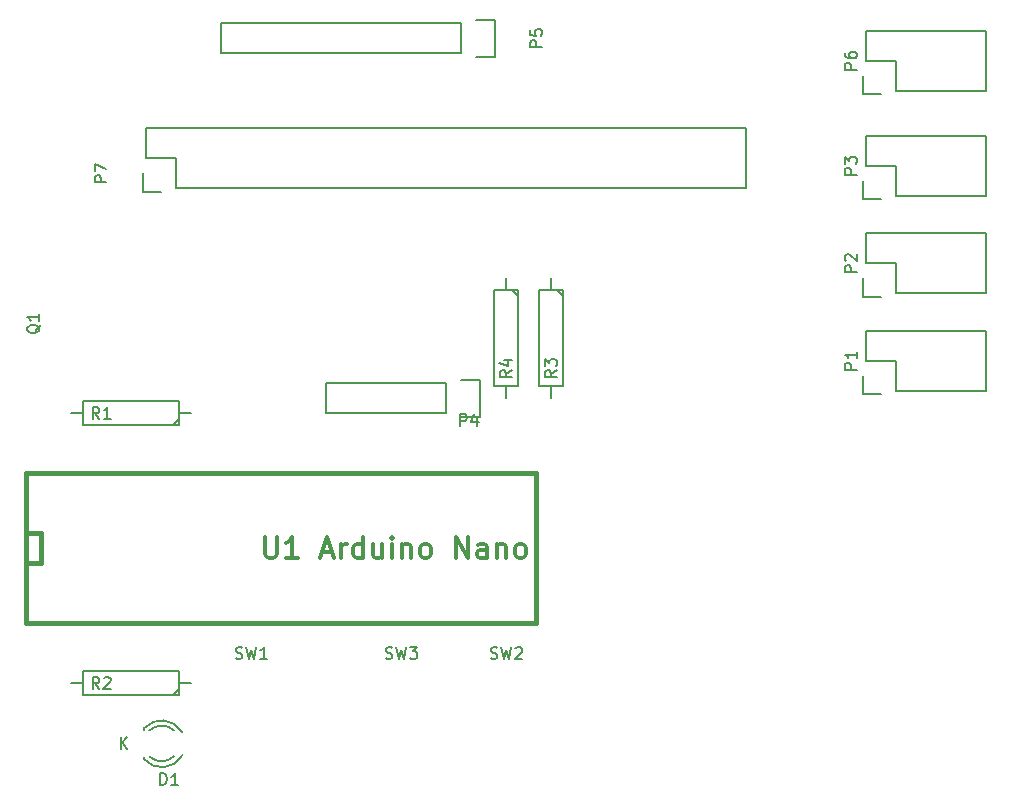
<source format=gto>
G04 #@! TF.FileFunction,Legend,Top*
%FSLAX46Y46*%
G04 Gerber Fmt 4.6, Leading zero omitted, Abs format (unit mm)*
G04 Created by KiCad (PCBNEW 4.0.2+e4-6225~38~ubuntu15.10.1-stable) date mar. 20 sept. 2016 08:20:47 CEST*
%MOMM*%
G01*
G04 APERTURE LIST*
%ADD10C,0.100000*%
%ADD11C,0.150000*%
%ADD12C,0.381000*%
%ADD13C,0.304800*%
G04 APERTURE END LIST*
D10*
D11*
X93980000Y-27305000D02*
X101600000Y-27305000D01*
X101600000Y-27305000D02*
X101600000Y-22225000D01*
X101600000Y-22225000D02*
X91440000Y-22225000D01*
X91440000Y-22225000D02*
X91440000Y-24765000D01*
X91160000Y-26035000D02*
X91160000Y-27585000D01*
X91440000Y-24765000D02*
X93980000Y-24765000D01*
X93980000Y-24765000D02*
X93980000Y-27305000D01*
X91160000Y-27585000D02*
X92710000Y-27585000D01*
X30281000Y-83864000D02*
X30281000Y-83664000D01*
X30281000Y-81270000D02*
X30281000Y-81450000D01*
X33508744Y-81580357D02*
G75*
G03X30281000Y-81264000I-1727744J-1003643D01*
G01*
X32833006Y-81450932D02*
G75*
G03X30730000Y-81450000I-1052006J-1133068D01*
G01*
X30293780Y-83890726D02*
G75*
G03X33531000Y-83544000I1497220J1306726D01*
G01*
X30767111Y-83663253D02*
G75*
G03X32815000Y-83644000I1013889J1079253D01*
G01*
X34290000Y-54610000D02*
X33274000Y-54610000D01*
X33274000Y-54610000D02*
X33274000Y-55626000D01*
X33274000Y-55626000D02*
X25146000Y-55626000D01*
X25146000Y-55626000D02*
X25146000Y-53594000D01*
X25146000Y-53594000D02*
X33274000Y-53594000D01*
X33274000Y-53594000D02*
X33274000Y-54610000D01*
X33274000Y-55118000D02*
X32766000Y-55626000D01*
X24130000Y-54610000D02*
X25146000Y-54610000D01*
X34290000Y-77470000D02*
X33274000Y-77470000D01*
X33274000Y-77470000D02*
X33274000Y-78486000D01*
X33274000Y-78486000D02*
X25146000Y-78486000D01*
X25146000Y-78486000D02*
X25146000Y-76454000D01*
X25146000Y-76454000D02*
X33274000Y-76454000D01*
X33274000Y-76454000D02*
X33274000Y-77470000D01*
X33274000Y-77978000D02*
X32766000Y-78486000D01*
X24130000Y-77470000D02*
X25146000Y-77470000D01*
X64770000Y-43180000D02*
X64770000Y-44196000D01*
X64770000Y-44196000D02*
X65786000Y-44196000D01*
X65786000Y-44196000D02*
X65786000Y-52324000D01*
X65786000Y-52324000D02*
X63754000Y-52324000D01*
X63754000Y-52324000D02*
X63754000Y-44196000D01*
X63754000Y-44196000D02*
X64770000Y-44196000D01*
X65278000Y-44196000D02*
X65786000Y-44704000D01*
X64770000Y-53340000D02*
X64770000Y-52324000D01*
X60960000Y-43180000D02*
X60960000Y-44196000D01*
X60960000Y-44196000D02*
X61976000Y-44196000D01*
X61976000Y-44196000D02*
X61976000Y-52324000D01*
X61976000Y-52324000D02*
X59944000Y-52324000D01*
X59944000Y-52324000D02*
X59944000Y-44196000D01*
X59944000Y-44196000D02*
X60960000Y-44196000D01*
X61468000Y-44196000D02*
X61976000Y-44704000D01*
X60960000Y-53340000D02*
X60960000Y-52324000D01*
D12*
X20320000Y-59690000D02*
X63500000Y-59690000D01*
X63500000Y-59690000D02*
X63500000Y-72390000D01*
X63500000Y-72390000D02*
X20320000Y-72390000D01*
X20320000Y-72390000D02*
X20320000Y-59690000D01*
X20320000Y-67310000D02*
X21590000Y-67310000D01*
X21590000Y-67310000D02*
X21590000Y-64770000D01*
X21590000Y-64770000D02*
X20320000Y-64770000D01*
D11*
X93980000Y-52705000D02*
X101600000Y-52705000D01*
X101600000Y-52705000D02*
X101600000Y-47625000D01*
X101600000Y-47625000D02*
X91440000Y-47625000D01*
X91440000Y-47625000D02*
X91440000Y-50165000D01*
X91160000Y-51435000D02*
X91160000Y-52985000D01*
X91440000Y-50165000D02*
X93980000Y-50165000D01*
X93980000Y-50165000D02*
X93980000Y-52705000D01*
X91160000Y-52985000D02*
X92710000Y-52985000D01*
X93980000Y-44450000D02*
X101600000Y-44450000D01*
X101600000Y-44450000D02*
X101600000Y-39370000D01*
X101600000Y-39370000D02*
X91440000Y-39370000D01*
X91440000Y-39370000D02*
X91440000Y-41910000D01*
X91160000Y-43180000D02*
X91160000Y-44730000D01*
X91440000Y-41910000D02*
X93980000Y-41910000D01*
X93980000Y-41910000D02*
X93980000Y-44450000D01*
X91160000Y-44730000D02*
X92710000Y-44730000D01*
X93980000Y-36195000D02*
X101600000Y-36195000D01*
X101600000Y-36195000D02*
X101600000Y-31115000D01*
X101600000Y-31115000D02*
X91440000Y-31115000D01*
X91440000Y-31115000D02*
X91440000Y-33655000D01*
X91160000Y-34925000D02*
X91160000Y-36475000D01*
X91440000Y-33655000D02*
X93980000Y-33655000D01*
X93980000Y-33655000D02*
X93980000Y-36195000D01*
X91160000Y-36475000D02*
X92710000Y-36475000D01*
X57150000Y-51790000D02*
X58700000Y-51790000D01*
X58700000Y-51790000D02*
X58700000Y-54890000D01*
X58700000Y-54890000D02*
X57150000Y-54890000D01*
X55880000Y-54610000D02*
X45720000Y-54610000D01*
X45720000Y-54610000D02*
X45720000Y-52070000D01*
X45720000Y-52070000D02*
X55880000Y-52070000D01*
X55880000Y-54610000D02*
X55880000Y-52070000D01*
X57150000Y-24130000D02*
X36830000Y-24130000D01*
X36830000Y-24130000D02*
X36830000Y-21590000D01*
X36830000Y-21590000D02*
X57150000Y-21590000D01*
X59970000Y-24410000D02*
X58420000Y-24410000D01*
X57150000Y-24130000D02*
X57150000Y-21590000D01*
X58420000Y-21310000D02*
X59970000Y-21310000D01*
X59970000Y-21310000D02*
X59970000Y-24410000D01*
X81280000Y-30480000D02*
X30480000Y-30480000D01*
X33020000Y-35560000D02*
X81280000Y-35560000D01*
X81280000Y-30480000D02*
X81280000Y-35560000D01*
X30480000Y-30480000D02*
X30480000Y-33020000D01*
X30200000Y-34290000D02*
X30200000Y-35840000D01*
X30480000Y-33020000D02*
X33020000Y-33020000D01*
X33020000Y-33020000D02*
X33020000Y-35560000D01*
X30200000Y-35840000D02*
X31750000Y-35840000D01*
X90622381Y-25503095D02*
X89622381Y-25503095D01*
X89622381Y-25122142D01*
X89670000Y-25026904D01*
X89717619Y-24979285D01*
X89812857Y-24931666D01*
X89955714Y-24931666D01*
X90050952Y-24979285D01*
X90098571Y-25026904D01*
X90146190Y-25122142D01*
X90146190Y-25503095D01*
X89622381Y-24074523D02*
X89622381Y-24265000D01*
X89670000Y-24360238D01*
X89717619Y-24407857D01*
X89860476Y-24503095D01*
X90050952Y-24550714D01*
X90431905Y-24550714D01*
X90527143Y-24503095D01*
X90574762Y-24455476D01*
X90622381Y-24360238D01*
X90622381Y-24169761D01*
X90574762Y-24074523D01*
X90527143Y-24026904D01*
X90431905Y-23979285D01*
X90193810Y-23979285D01*
X90098571Y-24026904D01*
X90050952Y-24074523D01*
X90003333Y-24169761D01*
X90003333Y-24360238D01*
X90050952Y-24455476D01*
X90098571Y-24503095D01*
X90193810Y-24550714D01*
X31651905Y-86062381D02*
X31651905Y-85062381D01*
X31890000Y-85062381D01*
X32032858Y-85110000D01*
X32128096Y-85205238D01*
X32175715Y-85300476D01*
X32223334Y-85490952D01*
X32223334Y-85633810D01*
X32175715Y-85824286D01*
X32128096Y-85919524D01*
X32032858Y-86014762D01*
X31890000Y-86062381D01*
X31651905Y-86062381D01*
X33175715Y-86062381D02*
X32604286Y-86062381D01*
X32890000Y-86062381D02*
X32890000Y-85062381D01*
X32794762Y-85205238D01*
X32699524Y-85300476D01*
X32604286Y-85348095D01*
X28313095Y-83002381D02*
X28313095Y-82002381D01*
X28884524Y-83002381D02*
X28455952Y-82430952D01*
X28884524Y-82002381D02*
X28313095Y-82573810D01*
X26503334Y-55062381D02*
X26170000Y-54586190D01*
X25931905Y-55062381D02*
X25931905Y-54062381D01*
X26312858Y-54062381D01*
X26408096Y-54110000D01*
X26455715Y-54157619D01*
X26503334Y-54252857D01*
X26503334Y-54395714D01*
X26455715Y-54490952D01*
X26408096Y-54538571D01*
X26312858Y-54586190D01*
X25931905Y-54586190D01*
X27455715Y-55062381D02*
X26884286Y-55062381D01*
X27170000Y-55062381D02*
X27170000Y-54062381D01*
X27074762Y-54205238D01*
X26979524Y-54300476D01*
X26884286Y-54348095D01*
X26503334Y-77922381D02*
X26170000Y-77446190D01*
X25931905Y-77922381D02*
X25931905Y-76922381D01*
X26312858Y-76922381D01*
X26408096Y-76970000D01*
X26455715Y-77017619D01*
X26503334Y-77112857D01*
X26503334Y-77255714D01*
X26455715Y-77350952D01*
X26408096Y-77398571D01*
X26312858Y-77446190D01*
X25931905Y-77446190D01*
X26884286Y-77017619D02*
X26931905Y-76970000D01*
X27027143Y-76922381D01*
X27265239Y-76922381D01*
X27360477Y-76970000D01*
X27408096Y-77017619D01*
X27455715Y-77112857D01*
X27455715Y-77208095D01*
X27408096Y-77350952D01*
X26836667Y-77922381D01*
X27455715Y-77922381D01*
X65222381Y-50966666D02*
X64746190Y-51300000D01*
X65222381Y-51538095D02*
X64222381Y-51538095D01*
X64222381Y-51157142D01*
X64270000Y-51061904D01*
X64317619Y-51014285D01*
X64412857Y-50966666D01*
X64555714Y-50966666D01*
X64650952Y-51014285D01*
X64698571Y-51061904D01*
X64746190Y-51157142D01*
X64746190Y-51538095D01*
X64222381Y-50633333D02*
X64222381Y-50014285D01*
X64603333Y-50347619D01*
X64603333Y-50204761D01*
X64650952Y-50109523D01*
X64698571Y-50061904D01*
X64793810Y-50014285D01*
X65031905Y-50014285D01*
X65127143Y-50061904D01*
X65174762Y-50109523D01*
X65222381Y-50204761D01*
X65222381Y-50490476D01*
X65174762Y-50585714D01*
X65127143Y-50633333D01*
X61412381Y-50966666D02*
X60936190Y-51300000D01*
X61412381Y-51538095D02*
X60412381Y-51538095D01*
X60412381Y-51157142D01*
X60460000Y-51061904D01*
X60507619Y-51014285D01*
X60602857Y-50966666D01*
X60745714Y-50966666D01*
X60840952Y-51014285D01*
X60888571Y-51061904D01*
X60936190Y-51157142D01*
X60936190Y-51538095D01*
X60745714Y-50109523D02*
X61412381Y-50109523D01*
X60364762Y-50347619D02*
X61079048Y-50585714D01*
X61079048Y-49966666D01*
X38036667Y-75334762D02*
X38179524Y-75382381D01*
X38417620Y-75382381D01*
X38512858Y-75334762D01*
X38560477Y-75287143D01*
X38608096Y-75191905D01*
X38608096Y-75096667D01*
X38560477Y-75001429D01*
X38512858Y-74953810D01*
X38417620Y-74906190D01*
X38227143Y-74858571D01*
X38131905Y-74810952D01*
X38084286Y-74763333D01*
X38036667Y-74668095D01*
X38036667Y-74572857D01*
X38084286Y-74477619D01*
X38131905Y-74430000D01*
X38227143Y-74382381D01*
X38465239Y-74382381D01*
X38608096Y-74430000D01*
X38941429Y-74382381D02*
X39179524Y-75382381D01*
X39370001Y-74668095D01*
X39560477Y-75382381D01*
X39798572Y-74382381D01*
X40703334Y-75382381D02*
X40131905Y-75382381D01*
X40417619Y-75382381D02*
X40417619Y-74382381D01*
X40322381Y-74525238D01*
X40227143Y-74620476D01*
X40131905Y-74668095D01*
X59626667Y-75334762D02*
X59769524Y-75382381D01*
X60007620Y-75382381D01*
X60102858Y-75334762D01*
X60150477Y-75287143D01*
X60198096Y-75191905D01*
X60198096Y-75096667D01*
X60150477Y-75001429D01*
X60102858Y-74953810D01*
X60007620Y-74906190D01*
X59817143Y-74858571D01*
X59721905Y-74810952D01*
X59674286Y-74763333D01*
X59626667Y-74668095D01*
X59626667Y-74572857D01*
X59674286Y-74477619D01*
X59721905Y-74430000D01*
X59817143Y-74382381D01*
X60055239Y-74382381D01*
X60198096Y-74430000D01*
X60531429Y-74382381D02*
X60769524Y-75382381D01*
X60960001Y-74668095D01*
X61150477Y-75382381D01*
X61388572Y-74382381D01*
X61721905Y-74477619D02*
X61769524Y-74430000D01*
X61864762Y-74382381D01*
X62102858Y-74382381D01*
X62198096Y-74430000D01*
X62245715Y-74477619D01*
X62293334Y-74572857D01*
X62293334Y-74668095D01*
X62245715Y-74810952D01*
X61674286Y-75382381D01*
X62293334Y-75382381D01*
X50736667Y-75334762D02*
X50879524Y-75382381D01*
X51117620Y-75382381D01*
X51212858Y-75334762D01*
X51260477Y-75287143D01*
X51308096Y-75191905D01*
X51308096Y-75096667D01*
X51260477Y-75001429D01*
X51212858Y-74953810D01*
X51117620Y-74906190D01*
X50927143Y-74858571D01*
X50831905Y-74810952D01*
X50784286Y-74763333D01*
X50736667Y-74668095D01*
X50736667Y-74572857D01*
X50784286Y-74477619D01*
X50831905Y-74430000D01*
X50927143Y-74382381D01*
X51165239Y-74382381D01*
X51308096Y-74430000D01*
X51641429Y-74382381D02*
X51879524Y-75382381D01*
X52070001Y-74668095D01*
X52260477Y-75382381D01*
X52498572Y-74382381D01*
X52784286Y-74382381D02*
X53403334Y-74382381D01*
X53070000Y-74763333D01*
X53212858Y-74763333D01*
X53308096Y-74810952D01*
X53355715Y-74858571D01*
X53403334Y-74953810D01*
X53403334Y-75191905D01*
X53355715Y-75287143D01*
X53308096Y-75334762D01*
X53212858Y-75382381D01*
X52927143Y-75382381D01*
X52831905Y-75334762D01*
X52784286Y-75287143D01*
D13*
X40555333Y-65066333D02*
X40555333Y-66505667D01*
X40640000Y-66675000D01*
X40724667Y-66759667D01*
X40894000Y-66844333D01*
X41232667Y-66844333D01*
X41402000Y-66759667D01*
X41486667Y-66675000D01*
X41571333Y-66505667D01*
X41571333Y-65066333D01*
X43349334Y-66844333D02*
X42333334Y-66844333D01*
X42841334Y-66844333D02*
X42841334Y-65066333D01*
X42672000Y-65320333D01*
X42502667Y-65489667D01*
X42333334Y-65574333D01*
X45338999Y-66336333D02*
X46185665Y-66336333D01*
X45169665Y-66844333D02*
X45762332Y-65066333D01*
X46354999Y-66844333D01*
X46947665Y-66844333D02*
X46947665Y-65659000D01*
X46947665Y-65997667D02*
X47032332Y-65828333D01*
X47116999Y-65743667D01*
X47286332Y-65659000D01*
X47455665Y-65659000D01*
X48810332Y-66844333D02*
X48810332Y-65066333D01*
X48810332Y-66759667D02*
X48640999Y-66844333D01*
X48302332Y-66844333D01*
X48132999Y-66759667D01*
X48048332Y-66675000D01*
X47963666Y-66505667D01*
X47963666Y-65997667D01*
X48048332Y-65828333D01*
X48132999Y-65743667D01*
X48302332Y-65659000D01*
X48640999Y-65659000D01*
X48810332Y-65743667D01*
X50418999Y-65659000D02*
X50418999Y-66844333D01*
X49656999Y-65659000D02*
X49656999Y-66590333D01*
X49741666Y-66759667D01*
X49910999Y-66844333D01*
X50164999Y-66844333D01*
X50334333Y-66759667D01*
X50418999Y-66675000D01*
X51265666Y-66844333D02*
X51265666Y-65659000D01*
X51265666Y-65066333D02*
X51181000Y-65151000D01*
X51265666Y-65235667D01*
X51350333Y-65151000D01*
X51265666Y-65066333D01*
X51265666Y-65235667D01*
X52112333Y-65659000D02*
X52112333Y-66844333D01*
X52112333Y-65828333D02*
X52197000Y-65743667D01*
X52366333Y-65659000D01*
X52620333Y-65659000D01*
X52789667Y-65743667D01*
X52874333Y-65913000D01*
X52874333Y-66844333D01*
X53975000Y-66844333D02*
X53805667Y-66759667D01*
X53721000Y-66675000D01*
X53636334Y-66505667D01*
X53636334Y-65997667D01*
X53721000Y-65828333D01*
X53805667Y-65743667D01*
X53975000Y-65659000D01*
X54229000Y-65659000D01*
X54398334Y-65743667D01*
X54483000Y-65828333D01*
X54567667Y-65997667D01*
X54567667Y-66505667D01*
X54483000Y-66675000D01*
X54398334Y-66759667D01*
X54229000Y-66844333D01*
X53975000Y-66844333D01*
X56684334Y-66844333D02*
X56684334Y-65066333D01*
X57700334Y-66844333D01*
X57700334Y-65066333D01*
X59309001Y-66844333D02*
X59309001Y-65913000D01*
X59224335Y-65743667D01*
X59055001Y-65659000D01*
X58716335Y-65659000D01*
X58547001Y-65743667D01*
X59309001Y-66759667D02*
X59139668Y-66844333D01*
X58716335Y-66844333D01*
X58547001Y-66759667D01*
X58462335Y-66590333D01*
X58462335Y-66421000D01*
X58547001Y-66251667D01*
X58716335Y-66167000D01*
X59139668Y-66167000D01*
X59309001Y-66082333D01*
X60155668Y-65659000D02*
X60155668Y-66844333D01*
X60155668Y-65828333D02*
X60240335Y-65743667D01*
X60409668Y-65659000D01*
X60663668Y-65659000D01*
X60833002Y-65743667D01*
X60917668Y-65913000D01*
X60917668Y-66844333D01*
X62018335Y-66844333D02*
X61849002Y-66759667D01*
X61764335Y-66675000D01*
X61679669Y-66505667D01*
X61679669Y-65997667D01*
X61764335Y-65828333D01*
X61849002Y-65743667D01*
X62018335Y-65659000D01*
X62272335Y-65659000D01*
X62441669Y-65743667D01*
X62526335Y-65828333D01*
X62611002Y-65997667D01*
X62611002Y-66505667D01*
X62526335Y-66675000D01*
X62441669Y-66759667D01*
X62272335Y-66844333D01*
X62018335Y-66844333D01*
D11*
X21502619Y-47085238D02*
X21455000Y-47180476D01*
X21359762Y-47275714D01*
X21216905Y-47418571D01*
X21169286Y-47513810D01*
X21169286Y-47609048D01*
X21407381Y-47561429D02*
X21359762Y-47656667D01*
X21264524Y-47751905D01*
X21074048Y-47799524D01*
X20740714Y-47799524D01*
X20550238Y-47751905D01*
X20455000Y-47656667D01*
X20407381Y-47561429D01*
X20407381Y-47370952D01*
X20455000Y-47275714D01*
X20550238Y-47180476D01*
X20740714Y-47132857D01*
X21074048Y-47132857D01*
X21264524Y-47180476D01*
X21359762Y-47275714D01*
X21407381Y-47370952D01*
X21407381Y-47561429D01*
X21407381Y-46180476D02*
X21407381Y-46751905D01*
X21407381Y-46466191D02*
X20407381Y-46466191D01*
X20550238Y-46561429D01*
X20645476Y-46656667D01*
X20693095Y-46751905D01*
X90622381Y-50903095D02*
X89622381Y-50903095D01*
X89622381Y-50522142D01*
X89670000Y-50426904D01*
X89717619Y-50379285D01*
X89812857Y-50331666D01*
X89955714Y-50331666D01*
X90050952Y-50379285D01*
X90098571Y-50426904D01*
X90146190Y-50522142D01*
X90146190Y-50903095D01*
X90622381Y-49379285D02*
X90622381Y-49950714D01*
X90622381Y-49665000D02*
X89622381Y-49665000D01*
X89765238Y-49760238D01*
X89860476Y-49855476D01*
X89908095Y-49950714D01*
X90622381Y-42648095D02*
X89622381Y-42648095D01*
X89622381Y-42267142D01*
X89670000Y-42171904D01*
X89717619Y-42124285D01*
X89812857Y-42076666D01*
X89955714Y-42076666D01*
X90050952Y-42124285D01*
X90098571Y-42171904D01*
X90146190Y-42267142D01*
X90146190Y-42648095D01*
X89717619Y-41695714D02*
X89670000Y-41648095D01*
X89622381Y-41552857D01*
X89622381Y-41314761D01*
X89670000Y-41219523D01*
X89717619Y-41171904D01*
X89812857Y-41124285D01*
X89908095Y-41124285D01*
X90050952Y-41171904D01*
X90622381Y-41743333D01*
X90622381Y-41124285D01*
X90622381Y-34393095D02*
X89622381Y-34393095D01*
X89622381Y-34012142D01*
X89670000Y-33916904D01*
X89717619Y-33869285D01*
X89812857Y-33821666D01*
X89955714Y-33821666D01*
X90050952Y-33869285D01*
X90098571Y-33916904D01*
X90146190Y-34012142D01*
X90146190Y-34393095D01*
X89622381Y-33488333D02*
X89622381Y-32869285D01*
X90003333Y-33202619D01*
X90003333Y-33059761D01*
X90050952Y-32964523D01*
X90098571Y-32916904D01*
X90193810Y-32869285D01*
X90431905Y-32869285D01*
X90527143Y-32916904D01*
X90574762Y-32964523D01*
X90622381Y-33059761D01*
X90622381Y-33345476D01*
X90574762Y-33440714D01*
X90527143Y-33488333D01*
X57046905Y-55697381D02*
X57046905Y-54697381D01*
X57427858Y-54697381D01*
X57523096Y-54745000D01*
X57570715Y-54792619D01*
X57618334Y-54887857D01*
X57618334Y-55030714D01*
X57570715Y-55125952D01*
X57523096Y-55173571D01*
X57427858Y-55221190D01*
X57046905Y-55221190D01*
X58475477Y-55030714D02*
X58475477Y-55697381D01*
X58237381Y-54649762D02*
X57999286Y-55364048D01*
X58618334Y-55364048D01*
X63972381Y-23598095D02*
X62972381Y-23598095D01*
X62972381Y-23217142D01*
X63020000Y-23121904D01*
X63067619Y-23074285D01*
X63162857Y-23026666D01*
X63305714Y-23026666D01*
X63400952Y-23074285D01*
X63448571Y-23121904D01*
X63496190Y-23217142D01*
X63496190Y-23598095D01*
X62972381Y-22121904D02*
X62972381Y-22598095D01*
X63448571Y-22645714D01*
X63400952Y-22598095D01*
X63353333Y-22502857D01*
X63353333Y-22264761D01*
X63400952Y-22169523D01*
X63448571Y-22121904D01*
X63543810Y-22074285D01*
X63781905Y-22074285D01*
X63877143Y-22121904D01*
X63924762Y-22169523D01*
X63972381Y-22264761D01*
X63972381Y-22502857D01*
X63924762Y-22598095D01*
X63877143Y-22645714D01*
X27102381Y-35028095D02*
X26102381Y-35028095D01*
X26102381Y-34647142D01*
X26150000Y-34551904D01*
X26197619Y-34504285D01*
X26292857Y-34456666D01*
X26435714Y-34456666D01*
X26530952Y-34504285D01*
X26578571Y-34551904D01*
X26626190Y-34647142D01*
X26626190Y-35028095D01*
X26102381Y-34123333D02*
X26102381Y-33456666D01*
X27102381Y-33885238D01*
M02*

</source>
